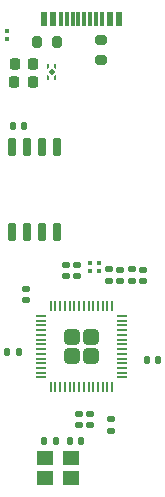
<source format=gbr>
%TF.GenerationSoftware,KiCad,Pcbnew,8.0.3*%
%TF.CreationDate,2024-07-23T22:42:35-04:00*%
%TF.ProjectId,RP2040 Custom,52503230-3430-4204-9375-73746f6d2e6b,rev?*%
%TF.SameCoordinates,Original*%
%TF.FileFunction,Paste,Top*%
%TF.FilePolarity,Positive*%
%FSLAX46Y46*%
G04 Gerber Fmt 4.6, Leading zero omitted, Abs format (unit mm)*
G04 Created by KiCad (PCBNEW 8.0.3) date 2024-07-23 22:42:35*
%MOMM*%
%LPD*%
G01*
G04 APERTURE LIST*
G04 Aperture macros list*
%AMRoundRect*
0 Rectangle with rounded corners*
0 $1 Rounding radius*
0 $2 $3 $4 $5 $6 $7 $8 $9 X,Y pos of 4 corners*
0 Add a 4 corners polygon primitive as box body*
4,1,4,$2,$3,$4,$5,$6,$7,$8,$9,$2,$3,0*
0 Add four circle primitives for the rounded corners*
1,1,$1+$1,$2,$3*
1,1,$1+$1,$4,$5*
1,1,$1+$1,$6,$7*
1,1,$1+$1,$8,$9*
0 Add four rect primitives between the rounded corners*
20,1,$1+$1,$2,$3,$4,$5,0*
20,1,$1+$1,$4,$5,$6,$7,0*
20,1,$1+$1,$6,$7,$8,$9,0*
20,1,$1+$1,$8,$9,$2,$3,0*%
%AMFreePoly0*
4,1,6,0.180000,0.075000,0.000000,-0.105000,-0.220000,-0.105000,-0.220000,0.105000,0.180000,0.105000,0.180000,0.075000,0.180000,0.075000,$1*%
%AMFreePoly1*
4,1,6,0.180000,-0.075000,0.180000,-0.105000,-0.220000,-0.105000,-0.220000,0.105000,0.000000,0.105000,0.180000,-0.075000,0.180000,-0.075000,$1*%
%AMFreePoly2*
4,1,6,0.220000,-0.105000,0.000000,-0.105000,-0.180000,0.075000,-0.180000,0.105000,0.220000,0.105000,0.220000,-0.105000,0.220000,-0.105000,$1*%
%AMFreePoly3*
4,1,6,0.220000,-0.105000,-0.180000,-0.105000,-0.180000,-0.075000,0.000000,0.105000,0.220000,0.105000,0.220000,-0.105000,0.220000,-0.105000,$1*%
G04 Aperture macros list end*
%ADD10RoundRect,0.140000X-0.170000X0.140000X-0.170000X-0.140000X0.170000X-0.140000X0.170000X0.140000X0*%
%ADD11RoundRect,0.140000X0.170000X-0.140000X0.170000X0.140000X-0.170000X0.140000X-0.170000X-0.140000X0*%
%ADD12RoundRect,0.140000X-0.140000X-0.170000X0.140000X-0.170000X0.140000X0.170000X-0.140000X0.170000X0*%
%ADD13RoundRect,0.140000X0.140000X0.170000X-0.140000X0.170000X-0.140000X-0.170000X0.140000X-0.170000X0*%
%ADD14R,1.400000X1.200000*%
%ADD15RoundRect,0.249999X-0.395001X-0.395001X0.395001X-0.395001X0.395001X0.395001X-0.395001X0.395001X0*%
%ADD16RoundRect,0.050000X-0.387500X-0.050000X0.387500X-0.050000X0.387500X0.050000X-0.387500X0.050000X0*%
%ADD17RoundRect,0.050000X-0.050000X-0.387500X0.050000X-0.387500X0.050000X0.387500X-0.050000X0.387500X0*%
%ADD18RoundRect,0.079500X-0.100500X0.079500X-0.100500X-0.079500X0.100500X-0.079500X0.100500X0.079500X0*%
%ADD19RoundRect,0.225000X-0.225000X-0.250000X0.225000X-0.250000X0.225000X0.250000X-0.225000X0.250000X0*%
%ADD20RoundRect,0.200000X0.200000X0.275000X-0.200000X0.275000X-0.200000X-0.275000X0.200000X-0.275000X0*%
%ADD21FreePoly0,90.000000*%
%ADD22FreePoly1,90.000000*%
%ADD23FreePoly2,90.000000*%
%ADD24FreePoly3,90.000000*%
%ADD25RoundRect,0.112500X0.159099X0.000000X0.000000X0.159099X-0.159099X0.000000X0.000000X-0.159099X0*%
%ADD26RoundRect,0.150000X0.150000X-0.650000X0.150000X0.650000X-0.150000X0.650000X-0.150000X-0.650000X0*%
%ADD27R,0.600000X1.240000*%
%ADD28R,0.300000X1.240000*%
%ADD29RoundRect,0.200000X-0.275000X0.200000X-0.275000X-0.200000X0.275000X-0.200000X0.275000X0.200000X0*%
G04 APERTURE END LIST*
D10*
%TO.C,C5*%
X139471400Y-82857400D03*
X139471400Y-83817400D03*
%TD*%
D11*
%TO.C,C3*%
X139319000Y-71216400D03*
X139319000Y-70256400D03*
%TD*%
D12*
%TO.C,C14*%
X138712000Y-85115400D03*
X139672000Y-85115400D03*
%TD*%
D10*
%TO.C,C16*%
X144957800Y-70637400D03*
X144957800Y-71597400D03*
%TD*%
D13*
%TO.C,C6*%
X134386200Y-77647800D03*
X133426200Y-77647800D03*
%TD*%
D11*
%TO.C,C12*%
X140436600Y-83817400D03*
X140436600Y-82857400D03*
%TD*%
D10*
%TO.C,C9*%
X138379200Y-70256400D03*
X138379200Y-71216400D03*
%TD*%
D14*
%TO.C,Y1*%
X138811900Y-86593700D03*
X136611900Y-86593700D03*
X136611900Y-88293700D03*
X138811900Y-88293700D03*
%TD*%
D13*
%TO.C,C8*%
X134874000Y-58496200D03*
X133914000Y-58496200D03*
%TD*%
D10*
%TO.C,C17*%
X143967200Y-70617200D03*
X143967200Y-71577200D03*
%TD*%
%TO.C,C15*%
X135001000Y-72288400D03*
X135001000Y-73248400D03*
%TD*%
D15*
%TO.C,U1*%
X138909400Y-76373700D03*
X138909400Y-77973700D03*
X140509400Y-76373700D03*
X140509400Y-77973700D03*
D16*
X136271900Y-74573700D03*
X136271900Y-74973700D03*
X136271900Y-75373700D03*
X136271900Y-75773700D03*
X136271900Y-76173700D03*
X136271900Y-76573700D03*
X136271900Y-76973700D03*
X136271900Y-77373700D03*
X136271900Y-77773700D03*
X136271900Y-78173700D03*
X136271900Y-78573700D03*
X136271900Y-78973700D03*
X136271900Y-79373700D03*
X136271900Y-79773700D03*
D17*
X137109400Y-80611200D03*
X137509400Y-80611200D03*
X137909400Y-80611200D03*
X138309400Y-80611200D03*
X138709400Y-80611200D03*
X139109400Y-80611200D03*
X139509400Y-80611200D03*
X139909400Y-80611200D03*
X140309400Y-80611200D03*
X140709400Y-80611200D03*
X141109400Y-80611200D03*
X141509400Y-80611200D03*
X141909400Y-80611200D03*
X142309400Y-80611200D03*
D16*
X143146900Y-79773700D03*
X143146900Y-79373700D03*
X143146900Y-78973700D03*
X143146900Y-78573700D03*
X143146900Y-78173700D03*
X143146900Y-77773700D03*
X143146900Y-77373700D03*
X143146900Y-76973700D03*
X143146900Y-76573700D03*
X143146900Y-76173700D03*
X143146900Y-75773700D03*
X143146900Y-75373700D03*
X143146900Y-74973700D03*
X143146900Y-74573700D03*
D17*
X142309400Y-73736200D03*
X141909400Y-73736200D03*
X141509400Y-73736200D03*
X141109400Y-73736200D03*
X140709400Y-73736200D03*
X140309400Y-73736200D03*
X139909400Y-73736200D03*
X139509400Y-73736200D03*
X139109400Y-73736200D03*
X138709400Y-73736200D03*
X138309400Y-73736200D03*
X137909400Y-73736200D03*
X137509400Y-73736200D03*
X137109400Y-73736200D03*
%TD*%
D18*
%TO.C,R5*%
X133375400Y-50444400D03*
X133375400Y-51134400D03*
%TD*%
%TO.C,R1*%
X140462000Y-70099800D03*
X140462000Y-70789800D03*
%TD*%
D11*
%TO.C,C11*%
X143002000Y-71597400D03*
X143002000Y-70637400D03*
%TD*%
D19*
%TO.C,C2*%
X134035200Y-54737000D03*
X135585200Y-54737000D03*
%TD*%
D13*
%TO.C,C13*%
X137535800Y-85115400D03*
X136575800Y-85115400D03*
%TD*%
D20*
%TO.C,R3*%
X137617200Y-51358800D03*
X135967200Y-51358800D03*
%TD*%
D19*
%TO.C,C1*%
X134048200Y-53213000D03*
X135598200Y-53213000D03*
%TD*%
D11*
%TO.C,C7*%
X142189200Y-84274600D03*
X142189200Y-83314600D03*
%TD*%
D21*
%TO.C,U3*%
X136855200Y-54327000D03*
D22*
X137505200Y-54327000D03*
D23*
X136855200Y-53467000D03*
D24*
X137505200Y-53467000D03*
D25*
X137180200Y-53897000D03*
%TD*%
D26*
%TO.C,U2*%
X133832600Y-67481000D03*
X135102600Y-67481000D03*
X136372600Y-67481000D03*
X137642600Y-67481000D03*
X137642600Y-60281000D03*
X136372600Y-60281000D03*
X135102600Y-60281000D03*
X133832600Y-60281000D03*
%TD*%
D27*
%TO.C,USB1*%
X142900000Y-49445000D03*
X142100000Y-49445000D03*
D28*
X140950000Y-49445000D03*
X139950000Y-49445000D03*
X139450000Y-49445000D03*
X138450000Y-49445000D03*
D27*
X137300000Y-49445000D03*
X136500000Y-49445000D03*
X136500000Y-49445000D03*
X137300000Y-49445000D03*
D28*
X137950000Y-49445000D03*
X138950000Y-49445000D03*
X140450000Y-49445000D03*
X141450000Y-49445000D03*
D27*
X142100000Y-49445000D03*
X142900000Y-49445000D03*
%TD*%
D12*
%TO.C,C4*%
X145265200Y-78333600D03*
X146225200Y-78333600D03*
%TD*%
D10*
%TO.C,C10*%
X142062200Y-70617200D03*
X142062200Y-71577200D03*
%TD*%
D18*
%TO.C,R2*%
X141198600Y-70099800D03*
X141198600Y-70789800D03*
%TD*%
D29*
%TO.C,R4*%
X141401800Y-51245000D03*
X141401800Y-52895000D03*
%TD*%
M02*

</source>
